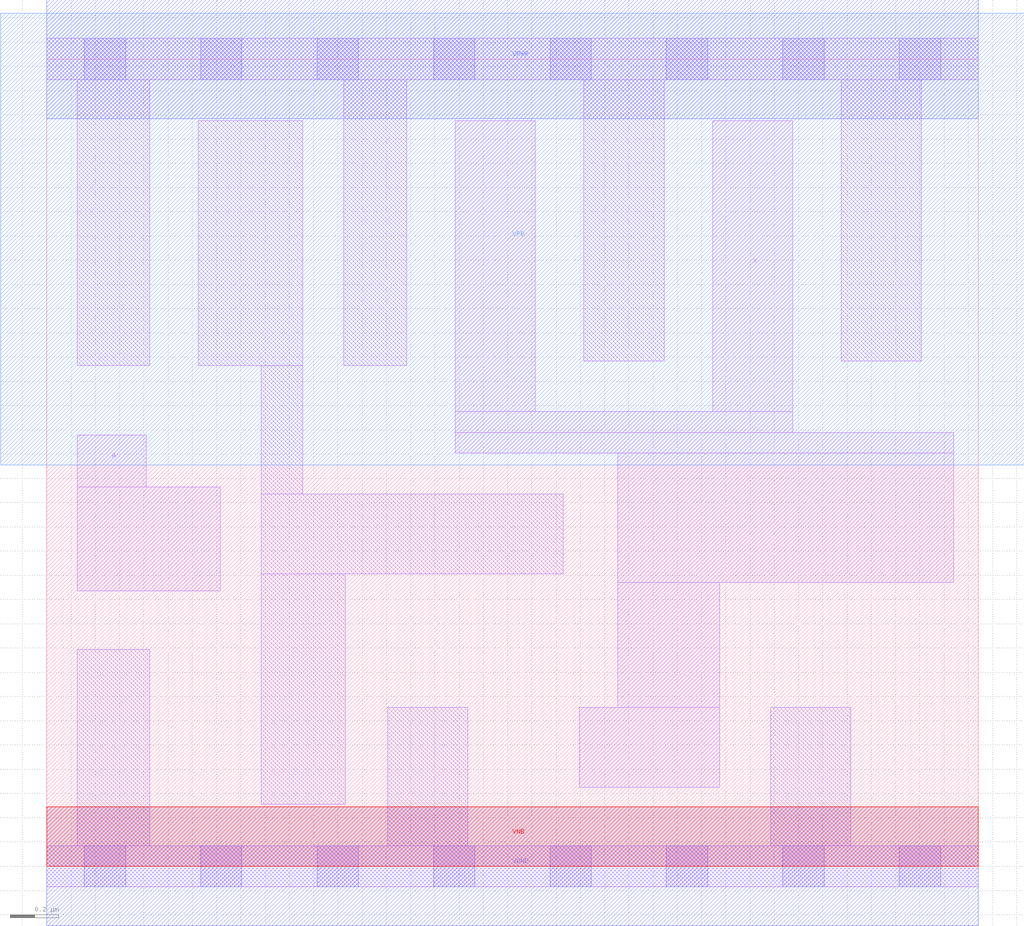
<source format=lef>
# Copyright 2020 The SkyWater PDK Authors
#
# Licensed under the Apache License, Version 2.0 (the "License");
# you may not use this file except in compliance with the License.
# You may obtain a copy of the License at
#
#     https://www.apache.org/licenses/LICENSE-2.0
#
# Unless required by applicable law or agreed to in writing, software
# distributed under the License is distributed on an "AS IS" BASIS,
# WITHOUT WARRANTIES OR CONDITIONS OF ANY KIND, either express or implied.
# See the License for the specific language governing permissions and
# limitations under the License.
#
# SPDX-License-Identifier: Apache-2.0

VERSION 5.7 ;
  NOWIREEXTENSIONATPIN ON ;
  DIVIDERCHAR "/" ;
  BUSBITCHARS "[]" ;
MACRO sky130_fd_sc_lp__clkbuflp_4
  CLASS CORE ;
  FOREIGN sky130_fd_sc_lp__clkbuflp_4 ;
  ORIGIN  0.000000  0.000000 ;
  SIZE  3.840000 BY  3.330000 ;
  SYMMETRY X Y R90 ;
  SITE unit ;
  PIN A
    ANTENNAGATEAREA  0.692000 ;
    DIRECTION INPUT ;
    USE SIGNAL ;
    PORT
      LAYER li1 ;
        RECT 0.125000 1.135000 0.715000 1.565000 ;
        RECT 0.125000 1.565000 0.410000 1.780000 ;
    END
  END A
  PIN X
    ANTENNADIFFAREA  0.714000 ;
    DIRECTION OUTPUT ;
    USE SIGNAL ;
    PORT
      LAYER li1 ;
        RECT 1.685000 1.705000 3.740000 1.790000 ;
        RECT 1.685000 1.790000 3.075000 1.875000 ;
        RECT 1.685000 1.875000 2.015000 3.075000 ;
        RECT 2.195000 0.325000 2.775000 0.655000 ;
        RECT 2.355000 0.655000 2.775000 1.170000 ;
        RECT 2.355000 1.170000 3.740000 1.705000 ;
        RECT 2.745000 1.875000 3.075000 3.075000 ;
    END
  END X
  PIN VGND
    DIRECTION INOUT ;
    USE GROUND ;
    PORT
      LAYER met1 ;
        RECT 0.000000 -0.245000 3.840000 0.245000 ;
    END
  END VGND
  PIN VNB
    DIRECTION INOUT ;
    USE GROUND ;
    PORT
      LAYER pwell ;
        RECT 0.000000 0.000000 3.840000 0.245000 ;
    END
  END VNB
  PIN VPB
    DIRECTION INOUT ;
    USE POWER ;
    PORT
      LAYER nwell ;
        RECT -0.190000 1.655000 4.030000 3.520000 ;
    END
  END VPB
  PIN VPWR
    DIRECTION INOUT ;
    USE POWER ;
    PORT
      LAYER met1 ;
        RECT 0.000000 3.085000 3.840000 3.575000 ;
    END
  END VPWR
  OBS
    LAYER li1 ;
      RECT 0.000000 -0.085000 3.840000 0.085000 ;
      RECT 0.000000  3.245000 3.840000 3.415000 ;
      RECT 0.125000  0.085000 0.425000 0.895000 ;
      RECT 0.125000  2.065000 0.425000 3.245000 ;
      RECT 0.625000  2.065000 1.055000 3.075000 ;
      RECT 0.885000  0.255000 1.230000 1.205000 ;
      RECT 0.885000  1.205000 2.130000 1.535000 ;
      RECT 0.885000  1.535000 1.055000 2.065000 ;
      RECT 1.225000  2.065000 1.485000 3.245000 ;
      RECT 1.405000  0.085000 1.735000 0.655000 ;
      RECT 2.215000  2.085000 2.545000 3.245000 ;
      RECT 2.985000  0.085000 3.315000 0.655000 ;
      RECT 3.275000  2.085000 3.605000 3.245000 ;
    LAYER mcon ;
      RECT 0.155000 -0.085000 0.325000 0.085000 ;
      RECT 0.155000  3.245000 0.325000 3.415000 ;
      RECT 0.635000 -0.085000 0.805000 0.085000 ;
      RECT 0.635000  3.245000 0.805000 3.415000 ;
      RECT 1.115000 -0.085000 1.285000 0.085000 ;
      RECT 1.115000  3.245000 1.285000 3.415000 ;
      RECT 1.595000 -0.085000 1.765000 0.085000 ;
      RECT 1.595000  3.245000 1.765000 3.415000 ;
      RECT 2.075000 -0.085000 2.245000 0.085000 ;
      RECT 2.075000  3.245000 2.245000 3.415000 ;
      RECT 2.555000 -0.085000 2.725000 0.085000 ;
      RECT 2.555000  3.245000 2.725000 3.415000 ;
      RECT 3.035000 -0.085000 3.205000 0.085000 ;
      RECT 3.035000  3.245000 3.205000 3.415000 ;
      RECT 3.515000 -0.085000 3.685000 0.085000 ;
      RECT 3.515000  3.245000 3.685000 3.415000 ;
  END
END sky130_fd_sc_lp__clkbuflp_4
END LIBRARY

</source>
